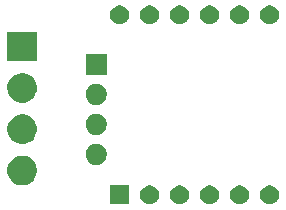
<source format=gbr>
G04 #@! TF.GenerationSoftware,KiCad,Pcbnew,5.1.5+dfsg1-2build2*
G04 #@! TF.CreationDate,2021-11-16T16:54:19-05:00*
G04 #@! TF.ProjectId,056INCH_3DIGIT,30353649-4e43-4485-9f33-44494749542e,rev?*
G04 #@! TF.SameCoordinates,Original*
G04 #@! TF.FileFunction,Soldermask,Top*
G04 #@! TF.FilePolarity,Negative*
%FSLAX46Y46*%
G04 Gerber Fmt 4.6, Leading zero omitted, Abs format (unit mm)*
G04 Created by KiCad (PCBNEW 5.1.5+dfsg1-2build2) date 2021-11-16 16:54:19*
%MOMM*%
%LPD*%
G04 APERTURE LIST*
%ADD10C,0.100000*%
G04 APERTURE END LIST*
D10*
G36*
X116282100Y-119012600D02*
G01*
X114680100Y-119012600D01*
X114680100Y-117410600D01*
X116282100Y-117410600D01*
X116282100Y-119012600D01*
G37*
G36*
X118254742Y-117441381D02*
G01*
X118400514Y-117501762D01*
X118400516Y-117501763D01*
X118531708Y-117589422D01*
X118643278Y-117700992D01*
X118730937Y-117832184D01*
X118730938Y-117832186D01*
X118791319Y-117977958D01*
X118822100Y-118132707D01*
X118822100Y-118290493D01*
X118791319Y-118445242D01*
X118730938Y-118591014D01*
X118730937Y-118591016D01*
X118643278Y-118722208D01*
X118531708Y-118833778D01*
X118400516Y-118921437D01*
X118400515Y-118921438D01*
X118400514Y-118921438D01*
X118254742Y-118981819D01*
X118099993Y-119012600D01*
X117942207Y-119012600D01*
X117787458Y-118981819D01*
X117641686Y-118921438D01*
X117641685Y-118921438D01*
X117641684Y-118921437D01*
X117510492Y-118833778D01*
X117398922Y-118722208D01*
X117311263Y-118591016D01*
X117311262Y-118591014D01*
X117250881Y-118445242D01*
X117220100Y-118290493D01*
X117220100Y-118132707D01*
X117250881Y-117977958D01*
X117311262Y-117832186D01*
X117311263Y-117832184D01*
X117398922Y-117700992D01*
X117510492Y-117589422D01*
X117641684Y-117501763D01*
X117641686Y-117501762D01*
X117787458Y-117441381D01*
X117942207Y-117410600D01*
X118099993Y-117410600D01*
X118254742Y-117441381D01*
G37*
G36*
X120794742Y-117441381D02*
G01*
X120940514Y-117501762D01*
X120940516Y-117501763D01*
X121071708Y-117589422D01*
X121183278Y-117700992D01*
X121270937Y-117832184D01*
X121270938Y-117832186D01*
X121331319Y-117977958D01*
X121362100Y-118132707D01*
X121362100Y-118290493D01*
X121331319Y-118445242D01*
X121270938Y-118591014D01*
X121270937Y-118591016D01*
X121183278Y-118722208D01*
X121071708Y-118833778D01*
X120940516Y-118921437D01*
X120940515Y-118921438D01*
X120940514Y-118921438D01*
X120794742Y-118981819D01*
X120639993Y-119012600D01*
X120482207Y-119012600D01*
X120327458Y-118981819D01*
X120181686Y-118921438D01*
X120181685Y-118921438D01*
X120181684Y-118921437D01*
X120050492Y-118833778D01*
X119938922Y-118722208D01*
X119851263Y-118591016D01*
X119851262Y-118591014D01*
X119790881Y-118445242D01*
X119760100Y-118290493D01*
X119760100Y-118132707D01*
X119790881Y-117977958D01*
X119851262Y-117832186D01*
X119851263Y-117832184D01*
X119938922Y-117700992D01*
X120050492Y-117589422D01*
X120181684Y-117501763D01*
X120181686Y-117501762D01*
X120327458Y-117441381D01*
X120482207Y-117410600D01*
X120639993Y-117410600D01*
X120794742Y-117441381D01*
G37*
G36*
X123334742Y-117441381D02*
G01*
X123480514Y-117501762D01*
X123480516Y-117501763D01*
X123611708Y-117589422D01*
X123723278Y-117700992D01*
X123810937Y-117832184D01*
X123810938Y-117832186D01*
X123871319Y-117977958D01*
X123902100Y-118132707D01*
X123902100Y-118290493D01*
X123871319Y-118445242D01*
X123810938Y-118591014D01*
X123810937Y-118591016D01*
X123723278Y-118722208D01*
X123611708Y-118833778D01*
X123480516Y-118921437D01*
X123480515Y-118921438D01*
X123480514Y-118921438D01*
X123334742Y-118981819D01*
X123179993Y-119012600D01*
X123022207Y-119012600D01*
X122867458Y-118981819D01*
X122721686Y-118921438D01*
X122721685Y-118921438D01*
X122721684Y-118921437D01*
X122590492Y-118833778D01*
X122478922Y-118722208D01*
X122391263Y-118591016D01*
X122391262Y-118591014D01*
X122330881Y-118445242D01*
X122300100Y-118290493D01*
X122300100Y-118132707D01*
X122330881Y-117977958D01*
X122391262Y-117832186D01*
X122391263Y-117832184D01*
X122478922Y-117700992D01*
X122590492Y-117589422D01*
X122721684Y-117501763D01*
X122721686Y-117501762D01*
X122867458Y-117441381D01*
X123022207Y-117410600D01*
X123179993Y-117410600D01*
X123334742Y-117441381D01*
G37*
G36*
X128414742Y-117441381D02*
G01*
X128560514Y-117501762D01*
X128560516Y-117501763D01*
X128691708Y-117589422D01*
X128803278Y-117700992D01*
X128890937Y-117832184D01*
X128890938Y-117832186D01*
X128951319Y-117977958D01*
X128982100Y-118132707D01*
X128982100Y-118290493D01*
X128951319Y-118445242D01*
X128890938Y-118591014D01*
X128890937Y-118591016D01*
X128803278Y-118722208D01*
X128691708Y-118833778D01*
X128560516Y-118921437D01*
X128560515Y-118921438D01*
X128560514Y-118921438D01*
X128414742Y-118981819D01*
X128259993Y-119012600D01*
X128102207Y-119012600D01*
X127947458Y-118981819D01*
X127801686Y-118921438D01*
X127801685Y-118921438D01*
X127801684Y-118921437D01*
X127670492Y-118833778D01*
X127558922Y-118722208D01*
X127471263Y-118591016D01*
X127471262Y-118591014D01*
X127410881Y-118445242D01*
X127380100Y-118290493D01*
X127380100Y-118132707D01*
X127410881Y-117977958D01*
X127471262Y-117832186D01*
X127471263Y-117832184D01*
X127558922Y-117700992D01*
X127670492Y-117589422D01*
X127801684Y-117501763D01*
X127801686Y-117501762D01*
X127947458Y-117441381D01*
X128102207Y-117410600D01*
X128259993Y-117410600D01*
X128414742Y-117441381D01*
G37*
G36*
X125874742Y-117441381D02*
G01*
X126020514Y-117501762D01*
X126020516Y-117501763D01*
X126151708Y-117589422D01*
X126263278Y-117700992D01*
X126350937Y-117832184D01*
X126350938Y-117832186D01*
X126411319Y-117977958D01*
X126442100Y-118132707D01*
X126442100Y-118290493D01*
X126411319Y-118445242D01*
X126350938Y-118591014D01*
X126350937Y-118591016D01*
X126263278Y-118722208D01*
X126151708Y-118833778D01*
X126020516Y-118921437D01*
X126020515Y-118921438D01*
X126020514Y-118921438D01*
X125874742Y-118981819D01*
X125719993Y-119012600D01*
X125562207Y-119012600D01*
X125407458Y-118981819D01*
X125261686Y-118921438D01*
X125261685Y-118921438D01*
X125261684Y-118921437D01*
X125130492Y-118833778D01*
X125018922Y-118722208D01*
X124931263Y-118591016D01*
X124931262Y-118591014D01*
X124870881Y-118445242D01*
X124840100Y-118290493D01*
X124840100Y-118132707D01*
X124870881Y-117977958D01*
X124931262Y-117832186D01*
X124931263Y-117832184D01*
X125018922Y-117700992D01*
X125130492Y-117589422D01*
X125261684Y-117501763D01*
X125261686Y-117501762D01*
X125407458Y-117441381D01*
X125562207Y-117410600D01*
X125719993Y-117410600D01*
X125874742Y-117441381D01*
G37*
G36*
X107603703Y-114935675D02*
G01*
X107831371Y-115029978D01*
X108036266Y-115166885D01*
X108210515Y-115341134D01*
X108347422Y-115546029D01*
X108347423Y-115546031D01*
X108399145Y-115670900D01*
X108441725Y-115773697D01*
X108489800Y-116015387D01*
X108489800Y-116261813D01*
X108441725Y-116503503D01*
X108347422Y-116731171D01*
X108210515Y-116936066D01*
X108036266Y-117110315D01*
X107831371Y-117247222D01*
X107831370Y-117247223D01*
X107831369Y-117247223D01*
X107603703Y-117341525D01*
X107362014Y-117389600D01*
X107115586Y-117389600D01*
X106873897Y-117341525D01*
X106646231Y-117247223D01*
X106646230Y-117247223D01*
X106646229Y-117247222D01*
X106441334Y-117110315D01*
X106267085Y-116936066D01*
X106130178Y-116731171D01*
X106035875Y-116503503D01*
X105987800Y-116261813D01*
X105987800Y-116015387D01*
X106035875Y-115773697D01*
X106078455Y-115670900D01*
X106130177Y-115546031D01*
X106130178Y-115546029D01*
X106267085Y-115341134D01*
X106441334Y-115166885D01*
X106646229Y-115029978D01*
X106873897Y-114935675D01*
X107115586Y-114887600D01*
X107362014Y-114887600D01*
X107603703Y-114935675D01*
G37*
G36*
X113613412Y-113873827D02*
G01*
X113762712Y-113903524D01*
X113926684Y-113971444D01*
X114074254Y-114070047D01*
X114199753Y-114195546D01*
X114298356Y-114343116D01*
X114366276Y-114507088D01*
X114400900Y-114681159D01*
X114400900Y-114858641D01*
X114366276Y-115032712D01*
X114298356Y-115196684D01*
X114199753Y-115344254D01*
X114074254Y-115469753D01*
X113926684Y-115568356D01*
X113762712Y-115636276D01*
X113613412Y-115665973D01*
X113588642Y-115670900D01*
X113411158Y-115670900D01*
X113386388Y-115665973D01*
X113237088Y-115636276D01*
X113073116Y-115568356D01*
X112925546Y-115469753D01*
X112800047Y-115344254D01*
X112701444Y-115196684D01*
X112633524Y-115032712D01*
X112598900Y-114858641D01*
X112598900Y-114681159D01*
X112633524Y-114507088D01*
X112701444Y-114343116D01*
X112800047Y-114195546D01*
X112925546Y-114070047D01*
X113073116Y-113971444D01*
X113237088Y-113903524D01*
X113386388Y-113873827D01*
X113411158Y-113868900D01*
X113588642Y-113868900D01*
X113613412Y-113873827D01*
G37*
G36*
X107582432Y-111431444D02*
G01*
X107603703Y-111435675D01*
X107831371Y-111529978D01*
X108036266Y-111666885D01*
X108210515Y-111841134D01*
X108347422Y-112046029D01*
X108347423Y-112046031D01*
X108441725Y-112273697D01*
X108485290Y-112492711D01*
X108489800Y-112515387D01*
X108489800Y-112761813D01*
X108441725Y-113003503D01*
X108347422Y-113231171D01*
X108210515Y-113436066D01*
X108036266Y-113610315D01*
X107831371Y-113747222D01*
X107831370Y-113747223D01*
X107831369Y-113747223D01*
X107603703Y-113841525D01*
X107362014Y-113889600D01*
X107115586Y-113889600D01*
X106873897Y-113841525D01*
X106646231Y-113747223D01*
X106646230Y-113747223D01*
X106646229Y-113747222D01*
X106441334Y-113610315D01*
X106267085Y-113436066D01*
X106130178Y-113231171D01*
X106035875Y-113003503D01*
X105987800Y-112761813D01*
X105987800Y-112515387D01*
X105992311Y-112492711D01*
X106035875Y-112273697D01*
X106130177Y-112046031D01*
X106130178Y-112046029D01*
X106267085Y-111841134D01*
X106441334Y-111666885D01*
X106646229Y-111529978D01*
X106873897Y-111435675D01*
X106895168Y-111431444D01*
X107115586Y-111387600D01*
X107362014Y-111387600D01*
X107582432Y-111431444D01*
G37*
G36*
X113613412Y-111333827D02*
G01*
X113762712Y-111363524D01*
X113926684Y-111431444D01*
X114074254Y-111530047D01*
X114199753Y-111655546D01*
X114298356Y-111803116D01*
X114366276Y-111967088D01*
X114400900Y-112141159D01*
X114400900Y-112318641D01*
X114366276Y-112492712D01*
X114298356Y-112656684D01*
X114199753Y-112804254D01*
X114074254Y-112929753D01*
X113926684Y-113028356D01*
X113762712Y-113096276D01*
X113613412Y-113125973D01*
X113588642Y-113130900D01*
X113411158Y-113130900D01*
X113386388Y-113125973D01*
X113237088Y-113096276D01*
X113073116Y-113028356D01*
X112925546Y-112929753D01*
X112800047Y-112804254D01*
X112701444Y-112656684D01*
X112633524Y-112492712D01*
X112598900Y-112318641D01*
X112598900Y-112141159D01*
X112633524Y-111967088D01*
X112701444Y-111803116D01*
X112800047Y-111655546D01*
X112925546Y-111530047D01*
X113073116Y-111431444D01*
X113237088Y-111363524D01*
X113386388Y-111333827D01*
X113411158Y-111328900D01*
X113588642Y-111328900D01*
X113613412Y-111333827D01*
G37*
G36*
X113613412Y-108793827D02*
G01*
X113762712Y-108823524D01*
X113926684Y-108891444D01*
X114074254Y-108990047D01*
X114199753Y-109115546D01*
X114298356Y-109263116D01*
X114366276Y-109427088D01*
X114400900Y-109601159D01*
X114400900Y-109778641D01*
X114366276Y-109952712D01*
X114298356Y-110116684D01*
X114199753Y-110264254D01*
X114074254Y-110389753D01*
X113926684Y-110488356D01*
X113762712Y-110556276D01*
X113613412Y-110585973D01*
X113588642Y-110590900D01*
X113411158Y-110590900D01*
X113386388Y-110585973D01*
X113237088Y-110556276D01*
X113073116Y-110488356D01*
X112925546Y-110389753D01*
X112800047Y-110264254D01*
X112701444Y-110116684D01*
X112633524Y-109952712D01*
X112598900Y-109778641D01*
X112598900Y-109601159D01*
X112633524Y-109427088D01*
X112701444Y-109263116D01*
X112800047Y-109115546D01*
X112925546Y-108990047D01*
X113073116Y-108891444D01*
X113237088Y-108823524D01*
X113386388Y-108793827D01*
X113411158Y-108788900D01*
X113588642Y-108788900D01*
X113613412Y-108793827D01*
G37*
G36*
X107603703Y-107935675D02*
G01*
X107831371Y-108029978D01*
X108036266Y-108166885D01*
X108210515Y-108341134D01*
X108210516Y-108341136D01*
X108347423Y-108546031D01*
X108441725Y-108773697D01*
X108489800Y-109015386D01*
X108489800Y-109261814D01*
X108456925Y-109427088D01*
X108441725Y-109503503D01*
X108347422Y-109731171D01*
X108210515Y-109936066D01*
X108036266Y-110110315D01*
X107831371Y-110247222D01*
X107831370Y-110247223D01*
X107831369Y-110247223D01*
X107603703Y-110341525D01*
X107362014Y-110389600D01*
X107115586Y-110389600D01*
X106873897Y-110341525D01*
X106646231Y-110247223D01*
X106646230Y-110247223D01*
X106646229Y-110247222D01*
X106441334Y-110110315D01*
X106267085Y-109936066D01*
X106130178Y-109731171D01*
X106035875Y-109503503D01*
X106020675Y-109427088D01*
X105987800Y-109261814D01*
X105987800Y-109015386D01*
X106035875Y-108773697D01*
X106130177Y-108546031D01*
X106267084Y-108341136D01*
X106267085Y-108341134D01*
X106441334Y-108166885D01*
X106646229Y-108029978D01*
X106873897Y-107935675D01*
X107115586Y-107887600D01*
X107362014Y-107887600D01*
X107603703Y-107935675D01*
G37*
G36*
X114400900Y-108050900D02*
G01*
X112598900Y-108050900D01*
X112598900Y-106248900D01*
X114400900Y-106248900D01*
X114400900Y-108050900D01*
G37*
G36*
X108489800Y-106889600D02*
G01*
X105987800Y-106889600D01*
X105987800Y-104387600D01*
X108489800Y-104387600D01*
X108489800Y-106889600D01*
G37*
G36*
X118254742Y-102201381D02*
G01*
X118400514Y-102261762D01*
X118400516Y-102261763D01*
X118531708Y-102349422D01*
X118643278Y-102460992D01*
X118730937Y-102592184D01*
X118730938Y-102592186D01*
X118791319Y-102737958D01*
X118822100Y-102892707D01*
X118822100Y-103050493D01*
X118791319Y-103205242D01*
X118730938Y-103351014D01*
X118730937Y-103351016D01*
X118643278Y-103482208D01*
X118531708Y-103593778D01*
X118400516Y-103681437D01*
X118400515Y-103681438D01*
X118400514Y-103681438D01*
X118254742Y-103741819D01*
X118099993Y-103772600D01*
X117942207Y-103772600D01*
X117787458Y-103741819D01*
X117641686Y-103681438D01*
X117641685Y-103681438D01*
X117641684Y-103681437D01*
X117510492Y-103593778D01*
X117398922Y-103482208D01*
X117311263Y-103351016D01*
X117311262Y-103351014D01*
X117250881Y-103205242D01*
X117220100Y-103050493D01*
X117220100Y-102892707D01*
X117250881Y-102737958D01*
X117311262Y-102592186D01*
X117311263Y-102592184D01*
X117398922Y-102460992D01*
X117510492Y-102349422D01*
X117641684Y-102261763D01*
X117641686Y-102261762D01*
X117787458Y-102201381D01*
X117942207Y-102170600D01*
X118099993Y-102170600D01*
X118254742Y-102201381D01*
G37*
G36*
X128414742Y-102201381D02*
G01*
X128560514Y-102261762D01*
X128560516Y-102261763D01*
X128691708Y-102349422D01*
X128803278Y-102460992D01*
X128890937Y-102592184D01*
X128890938Y-102592186D01*
X128951319Y-102737958D01*
X128982100Y-102892707D01*
X128982100Y-103050493D01*
X128951319Y-103205242D01*
X128890938Y-103351014D01*
X128890937Y-103351016D01*
X128803278Y-103482208D01*
X128691708Y-103593778D01*
X128560516Y-103681437D01*
X128560515Y-103681438D01*
X128560514Y-103681438D01*
X128414742Y-103741819D01*
X128259993Y-103772600D01*
X128102207Y-103772600D01*
X127947458Y-103741819D01*
X127801686Y-103681438D01*
X127801685Y-103681438D01*
X127801684Y-103681437D01*
X127670492Y-103593778D01*
X127558922Y-103482208D01*
X127471263Y-103351016D01*
X127471262Y-103351014D01*
X127410881Y-103205242D01*
X127380100Y-103050493D01*
X127380100Y-102892707D01*
X127410881Y-102737958D01*
X127471262Y-102592186D01*
X127471263Y-102592184D01*
X127558922Y-102460992D01*
X127670492Y-102349422D01*
X127801684Y-102261763D01*
X127801686Y-102261762D01*
X127947458Y-102201381D01*
X128102207Y-102170600D01*
X128259993Y-102170600D01*
X128414742Y-102201381D01*
G37*
G36*
X125874742Y-102201381D02*
G01*
X126020514Y-102261762D01*
X126020516Y-102261763D01*
X126151708Y-102349422D01*
X126263278Y-102460992D01*
X126350937Y-102592184D01*
X126350938Y-102592186D01*
X126411319Y-102737958D01*
X126442100Y-102892707D01*
X126442100Y-103050493D01*
X126411319Y-103205242D01*
X126350938Y-103351014D01*
X126350937Y-103351016D01*
X126263278Y-103482208D01*
X126151708Y-103593778D01*
X126020516Y-103681437D01*
X126020515Y-103681438D01*
X126020514Y-103681438D01*
X125874742Y-103741819D01*
X125719993Y-103772600D01*
X125562207Y-103772600D01*
X125407458Y-103741819D01*
X125261686Y-103681438D01*
X125261685Y-103681438D01*
X125261684Y-103681437D01*
X125130492Y-103593778D01*
X125018922Y-103482208D01*
X124931263Y-103351016D01*
X124931262Y-103351014D01*
X124870881Y-103205242D01*
X124840100Y-103050493D01*
X124840100Y-102892707D01*
X124870881Y-102737958D01*
X124931262Y-102592186D01*
X124931263Y-102592184D01*
X125018922Y-102460992D01*
X125130492Y-102349422D01*
X125261684Y-102261763D01*
X125261686Y-102261762D01*
X125407458Y-102201381D01*
X125562207Y-102170600D01*
X125719993Y-102170600D01*
X125874742Y-102201381D01*
G37*
G36*
X123334742Y-102201381D02*
G01*
X123480514Y-102261762D01*
X123480516Y-102261763D01*
X123611708Y-102349422D01*
X123723278Y-102460992D01*
X123810937Y-102592184D01*
X123810938Y-102592186D01*
X123871319Y-102737958D01*
X123902100Y-102892707D01*
X123902100Y-103050493D01*
X123871319Y-103205242D01*
X123810938Y-103351014D01*
X123810937Y-103351016D01*
X123723278Y-103482208D01*
X123611708Y-103593778D01*
X123480516Y-103681437D01*
X123480515Y-103681438D01*
X123480514Y-103681438D01*
X123334742Y-103741819D01*
X123179993Y-103772600D01*
X123022207Y-103772600D01*
X122867458Y-103741819D01*
X122721686Y-103681438D01*
X122721685Y-103681438D01*
X122721684Y-103681437D01*
X122590492Y-103593778D01*
X122478922Y-103482208D01*
X122391263Y-103351016D01*
X122391262Y-103351014D01*
X122330881Y-103205242D01*
X122300100Y-103050493D01*
X122300100Y-102892707D01*
X122330881Y-102737958D01*
X122391262Y-102592186D01*
X122391263Y-102592184D01*
X122478922Y-102460992D01*
X122590492Y-102349422D01*
X122721684Y-102261763D01*
X122721686Y-102261762D01*
X122867458Y-102201381D01*
X123022207Y-102170600D01*
X123179993Y-102170600D01*
X123334742Y-102201381D01*
G37*
G36*
X120794742Y-102201381D02*
G01*
X120940514Y-102261762D01*
X120940516Y-102261763D01*
X121071708Y-102349422D01*
X121183278Y-102460992D01*
X121270937Y-102592184D01*
X121270938Y-102592186D01*
X121331319Y-102737958D01*
X121362100Y-102892707D01*
X121362100Y-103050493D01*
X121331319Y-103205242D01*
X121270938Y-103351014D01*
X121270937Y-103351016D01*
X121183278Y-103482208D01*
X121071708Y-103593778D01*
X120940516Y-103681437D01*
X120940515Y-103681438D01*
X120940514Y-103681438D01*
X120794742Y-103741819D01*
X120639993Y-103772600D01*
X120482207Y-103772600D01*
X120327458Y-103741819D01*
X120181686Y-103681438D01*
X120181685Y-103681438D01*
X120181684Y-103681437D01*
X120050492Y-103593778D01*
X119938922Y-103482208D01*
X119851263Y-103351016D01*
X119851262Y-103351014D01*
X119790881Y-103205242D01*
X119760100Y-103050493D01*
X119760100Y-102892707D01*
X119790881Y-102737958D01*
X119851262Y-102592186D01*
X119851263Y-102592184D01*
X119938922Y-102460992D01*
X120050492Y-102349422D01*
X120181684Y-102261763D01*
X120181686Y-102261762D01*
X120327458Y-102201381D01*
X120482207Y-102170600D01*
X120639993Y-102170600D01*
X120794742Y-102201381D01*
G37*
G36*
X115714742Y-102201381D02*
G01*
X115860514Y-102261762D01*
X115860516Y-102261763D01*
X115991708Y-102349422D01*
X116103278Y-102460992D01*
X116190937Y-102592184D01*
X116190938Y-102592186D01*
X116251319Y-102737958D01*
X116282100Y-102892707D01*
X116282100Y-103050493D01*
X116251319Y-103205242D01*
X116190938Y-103351014D01*
X116190937Y-103351016D01*
X116103278Y-103482208D01*
X115991708Y-103593778D01*
X115860516Y-103681437D01*
X115860515Y-103681438D01*
X115860514Y-103681438D01*
X115714742Y-103741819D01*
X115559993Y-103772600D01*
X115402207Y-103772600D01*
X115247458Y-103741819D01*
X115101686Y-103681438D01*
X115101685Y-103681438D01*
X115101684Y-103681437D01*
X114970492Y-103593778D01*
X114858922Y-103482208D01*
X114771263Y-103351016D01*
X114771262Y-103351014D01*
X114710881Y-103205242D01*
X114680100Y-103050493D01*
X114680100Y-102892707D01*
X114710881Y-102737958D01*
X114771262Y-102592186D01*
X114771263Y-102592184D01*
X114858922Y-102460992D01*
X114970492Y-102349422D01*
X115101684Y-102261763D01*
X115101686Y-102261762D01*
X115247458Y-102201381D01*
X115402207Y-102170600D01*
X115559993Y-102170600D01*
X115714742Y-102201381D01*
G37*
M02*

</source>
